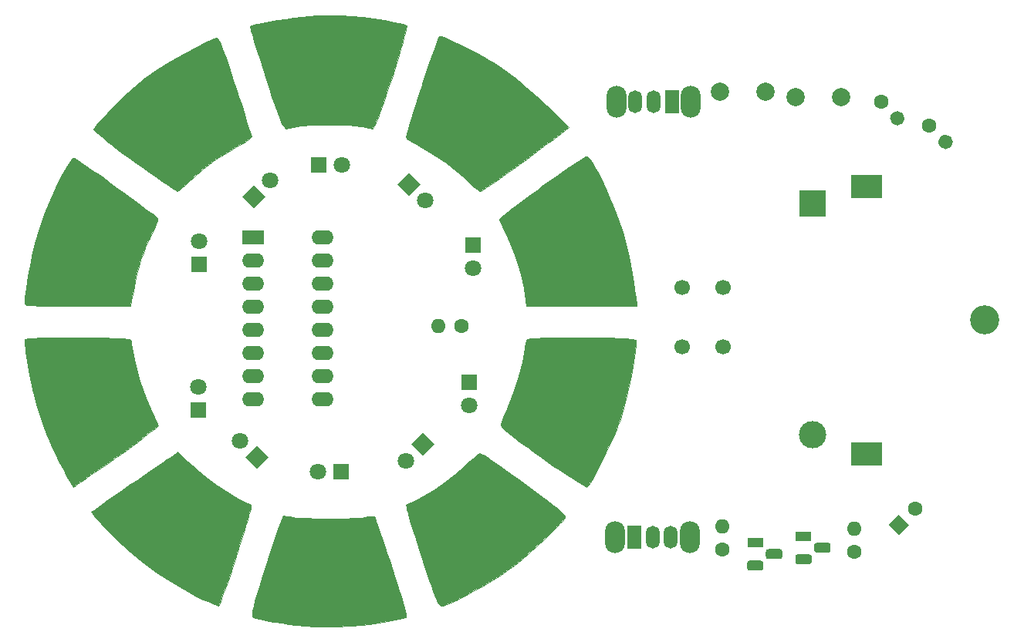
<source format=gbr>
%TF.GenerationSoftware,KiCad,Pcbnew,(5.1.9-0-10_14)*%
%TF.CreationDate,2021-08-25T11:14:01+08:00*%
%TF.ProjectId,osc_bjt_4017,6f73635f-626a-4745-9f34-3031372e6b69,rev?*%
%TF.SameCoordinates,Original*%
%TF.FileFunction,Soldermask,Bot*%
%TF.FilePolarity,Negative*%
%FSLAX46Y46*%
G04 Gerber Fmt 4.6, Leading zero omitted, Abs format (unit mm)*
G04 Created by KiCad (PCBNEW (5.1.9-0-10_14)) date 2021-08-25 11:14:01*
%MOMM*%
%LPD*%
G01*
G04 APERTURE LIST*
%ADD10C,0.010000*%
%ADD11O,2.200000X3.500000*%
%ADD12O,1.500000X2.500000*%
%ADD13R,1.500000X2.500000*%
%ADD14C,3.200000*%
%ADD15O,1.600000X1.600000*%
%ADD16C,1.600000*%
%ADD17C,0.100000*%
%ADD18C,1.700000*%
%ADD19C,1.800000*%
%ADD20R,1.800000X1.800000*%
%ADD21R,1.800000X1.100000*%
%ADD22C,3.000000*%
%ADD23R,3.000000X3.000000*%
%ADD24R,3.510000X2.540000*%
%ADD25O,2.400000X1.600000*%
%ADD26R,2.400000X1.600000*%
%ADD27C,2.000000*%
G04 APERTURE END LIST*
D10*
%TO.C,G\u002A\u002A\u002A*%
G36*
X85149503Y-114004511D02*
G01*
X85254265Y-113818454D01*
X85400931Y-113487829D01*
X85583650Y-113030524D01*
X85796570Y-112464430D01*
X86033838Y-111807438D01*
X86289603Y-111077438D01*
X86558013Y-110292320D01*
X86833217Y-109469974D01*
X87109362Y-108628291D01*
X87380597Y-107785160D01*
X87641071Y-106958473D01*
X87884930Y-106166119D01*
X88106323Y-105425989D01*
X88299399Y-104755973D01*
X88458306Y-104173962D01*
X88577191Y-103697845D01*
X88650204Y-103345513D01*
X88662620Y-103264131D01*
X88717561Y-102849973D01*
X88347848Y-102750420D01*
X87401977Y-102526068D01*
X86326316Y-102323111D01*
X85159502Y-102145433D01*
X83940171Y-101996918D01*
X82706958Y-101881449D01*
X81498502Y-101802912D01*
X80353436Y-101765190D01*
X79310398Y-101772166D01*
X78833667Y-101793972D01*
X78104751Y-101851770D01*
X77271378Y-101939409D01*
X76373048Y-102051052D01*
X75449257Y-102180865D01*
X74539503Y-102323013D01*
X73683284Y-102471662D01*
X72920098Y-102620977D01*
X72332149Y-102754400D01*
X72017298Y-102831898D01*
X71772445Y-102890539D01*
X71638253Y-102920642D01*
X71625369Y-102922666D01*
X71602056Y-102947635D01*
X71603143Y-103032618D01*
X71632542Y-103192730D01*
X71694165Y-103443085D01*
X71791925Y-103798800D01*
X71929736Y-104274987D01*
X72111509Y-104886764D01*
X72271531Y-105418778D01*
X72633228Y-106602988D01*
X72989182Y-107740851D01*
X73335333Y-108820764D01*
X73667621Y-109831121D01*
X73981989Y-110760318D01*
X74274375Y-111596750D01*
X74540722Y-112328813D01*
X74776969Y-112944902D01*
X74979057Y-113433411D01*
X75142927Y-113782737D01*
X75264521Y-113981275D01*
X75268194Y-113985622D01*
X75454244Y-114201917D01*
X76762955Y-114002125D01*
X77199170Y-113938763D01*
X77595554Y-113890107D01*
X77985502Y-113854299D01*
X78402405Y-113829485D01*
X78879654Y-113813809D01*
X79450643Y-113805414D01*
X80148762Y-113802445D01*
X80357667Y-113802333D01*
X81077600Y-113803835D01*
X81659337Y-113809553D01*
X82133998Y-113821304D01*
X82532701Y-113840905D01*
X82886568Y-113870174D01*
X83226719Y-113910928D01*
X83584272Y-113964984D01*
X83819828Y-114004511D01*
X84995988Y-114206688D01*
X85149503Y-114004511D01*
G37*
X85149503Y-114004511D02*
X85254265Y-113818454D01*
X85400931Y-113487829D01*
X85583650Y-113030524D01*
X85796570Y-112464430D01*
X86033838Y-111807438D01*
X86289603Y-111077438D01*
X86558013Y-110292320D01*
X86833217Y-109469974D01*
X87109362Y-108628291D01*
X87380597Y-107785160D01*
X87641071Y-106958473D01*
X87884930Y-106166119D01*
X88106323Y-105425989D01*
X88299399Y-104755973D01*
X88458306Y-104173962D01*
X88577191Y-103697845D01*
X88650204Y-103345513D01*
X88662620Y-103264131D01*
X88717561Y-102849973D01*
X88347848Y-102750420D01*
X87401977Y-102526068D01*
X86326316Y-102323111D01*
X85159502Y-102145433D01*
X83940171Y-101996918D01*
X82706958Y-101881449D01*
X81498502Y-101802912D01*
X80353436Y-101765190D01*
X79310398Y-101772166D01*
X78833667Y-101793972D01*
X78104751Y-101851770D01*
X77271378Y-101939409D01*
X76373048Y-102051052D01*
X75449257Y-102180865D01*
X74539503Y-102323013D01*
X73683284Y-102471662D01*
X72920098Y-102620977D01*
X72332149Y-102754400D01*
X72017298Y-102831898D01*
X71772445Y-102890539D01*
X71638253Y-102920642D01*
X71625369Y-102922666D01*
X71602056Y-102947635D01*
X71603143Y-103032618D01*
X71632542Y-103192730D01*
X71694165Y-103443085D01*
X71791925Y-103798800D01*
X71929736Y-104274987D01*
X72111509Y-104886764D01*
X72271531Y-105418778D01*
X72633228Y-106602988D01*
X72989182Y-107740851D01*
X73335333Y-108820764D01*
X73667621Y-109831121D01*
X73981989Y-110760318D01*
X74274375Y-111596750D01*
X74540722Y-112328813D01*
X74776969Y-112944902D01*
X74979057Y-113433411D01*
X75142927Y-113782737D01*
X75264521Y-113981275D01*
X75268194Y-113985622D01*
X75454244Y-114201917D01*
X76762955Y-114002125D01*
X77199170Y-113938763D01*
X77595554Y-113890107D01*
X77985502Y-113854299D01*
X78402405Y-113829485D01*
X78879654Y-113813809D01*
X79450643Y-113805414D01*
X80148762Y-113802445D01*
X80357667Y-113802333D01*
X81077600Y-113803835D01*
X81659337Y-113809553D01*
X82133998Y-113821304D01*
X82532701Y-113840905D01*
X82886568Y-113870174D01*
X83226719Y-113910928D01*
X83584272Y-113964984D01*
X83819828Y-114004511D01*
X84995988Y-114206688D01*
X85149503Y-114004511D01*
G36*
X96881010Y-121076534D02*
G01*
X97118439Y-120934121D01*
X97465974Y-120707742D01*
X97911058Y-120406375D01*
X98441134Y-120038999D01*
X99043644Y-119614593D01*
X99706031Y-119142138D01*
X100415736Y-118630610D01*
X101160203Y-118088991D01*
X101926873Y-117526259D01*
X102703189Y-116951392D01*
X103476593Y-116373371D01*
X104234529Y-115801175D01*
X104566117Y-115548811D01*
X106507233Y-114067489D01*
X104894527Y-112487040D01*
X103756184Y-111390831D01*
X102698910Y-110414874D01*
X101703214Y-109543177D01*
X100749605Y-108759750D01*
X99818594Y-108048602D01*
X98890690Y-107393743D01*
X97946401Y-106779184D01*
X97908511Y-106755523D01*
X97365942Y-106428961D01*
X96766975Y-106088671D01*
X96133060Y-105745027D01*
X95485649Y-105408404D01*
X94846193Y-105089178D01*
X94236146Y-104797724D01*
X93676957Y-104544417D01*
X93190080Y-104339632D01*
X92796965Y-104193744D01*
X92519065Y-104117128D01*
X92434457Y-104108000D01*
X92270147Y-104176211D01*
X92212258Y-104256166D01*
X92104168Y-104541261D01*
X91952035Y-104963175D01*
X91764060Y-105497656D01*
X91548444Y-106120452D01*
X91313388Y-106807310D01*
X91067092Y-107533977D01*
X90817759Y-108276200D01*
X90573588Y-109009727D01*
X90342780Y-109710306D01*
X90133537Y-110353682D01*
X89954058Y-110915605D01*
X89875284Y-111167344D01*
X89601370Y-112051177D01*
X89373482Y-112787484D01*
X89187398Y-113390445D01*
X89038901Y-113874240D01*
X88923771Y-114253051D01*
X88837790Y-114541058D01*
X88776739Y-114752442D01*
X88736398Y-114901384D01*
X88712549Y-115002064D01*
X88700973Y-115068664D01*
X88697451Y-115115364D01*
X88697334Y-115126702D01*
X88717691Y-115214934D01*
X88790827Y-115311990D01*
X88934840Y-115430261D01*
X89167828Y-115582141D01*
X89507889Y-115780024D01*
X89973120Y-116036302D01*
X90221334Y-116170324D01*
X91238960Y-116744963D01*
X92184917Y-117340314D01*
X93094298Y-117982123D01*
X94002199Y-118696139D01*
X94943714Y-119508108D01*
X95633227Y-120140737D01*
X95984185Y-120465289D01*
X96295188Y-120744828D01*
X96544333Y-120960309D01*
X96709718Y-121092685D01*
X96766246Y-121126000D01*
X96881010Y-121076534D01*
G37*
X96881010Y-121076534D02*
X97118439Y-120934121D01*
X97465974Y-120707742D01*
X97911058Y-120406375D01*
X98441134Y-120038999D01*
X99043644Y-119614593D01*
X99706031Y-119142138D01*
X100415736Y-118630610D01*
X101160203Y-118088991D01*
X101926873Y-117526259D01*
X102703189Y-116951392D01*
X103476593Y-116373371D01*
X104234529Y-115801175D01*
X104566117Y-115548811D01*
X106507233Y-114067489D01*
X104894527Y-112487040D01*
X103756184Y-111390831D01*
X102698910Y-110414874D01*
X101703214Y-109543177D01*
X100749605Y-108759750D01*
X99818594Y-108048602D01*
X98890690Y-107393743D01*
X97946401Y-106779184D01*
X97908511Y-106755523D01*
X97365942Y-106428961D01*
X96766975Y-106088671D01*
X96133060Y-105745027D01*
X95485649Y-105408404D01*
X94846193Y-105089178D01*
X94236146Y-104797724D01*
X93676957Y-104544417D01*
X93190080Y-104339632D01*
X92796965Y-104193744D01*
X92519065Y-104117128D01*
X92434457Y-104108000D01*
X92270147Y-104176211D01*
X92212258Y-104256166D01*
X92104168Y-104541261D01*
X91952035Y-104963175D01*
X91764060Y-105497656D01*
X91548444Y-106120452D01*
X91313388Y-106807310D01*
X91067092Y-107533977D01*
X90817759Y-108276200D01*
X90573588Y-109009727D01*
X90342780Y-109710306D01*
X90133537Y-110353682D01*
X89954058Y-110915605D01*
X89875284Y-111167344D01*
X89601370Y-112051177D01*
X89373482Y-112787484D01*
X89187398Y-113390445D01*
X89038901Y-113874240D01*
X88923771Y-114253051D01*
X88837790Y-114541058D01*
X88776739Y-114752442D01*
X88736398Y-114901384D01*
X88712549Y-115002064D01*
X88700973Y-115068664D01*
X88697451Y-115115364D01*
X88697334Y-115126702D01*
X88717691Y-115214934D01*
X88790827Y-115311990D01*
X88934840Y-115430261D01*
X89167828Y-115582141D01*
X89507889Y-115780024D01*
X89973120Y-116036302D01*
X90221334Y-116170324D01*
X91238960Y-116744963D01*
X92184917Y-117340314D01*
X93094298Y-117982123D01*
X94002199Y-118696139D01*
X94943714Y-119508108D01*
X95633227Y-120140737D01*
X95984185Y-120465289D01*
X96295188Y-120744828D01*
X96544333Y-120960309D01*
X96709718Y-121092685D01*
X96766246Y-121126000D01*
X96881010Y-121076534D01*
G36*
X63676416Y-121049170D02*
G01*
X63869599Y-120906899D01*
X64140671Y-120682325D01*
X64467909Y-120393357D01*
X64785278Y-120099842D01*
X65614549Y-119335272D01*
X66374682Y-118677076D01*
X67101601Y-118098834D01*
X67831233Y-117574121D01*
X68599502Y-117076516D01*
X69442334Y-116579595D01*
X69970427Y-116286230D01*
X70406750Y-116041788D01*
X70807849Y-115805364D01*
X71142108Y-115596475D01*
X71377907Y-115434637D01*
X71461363Y-115365927D01*
X71709059Y-115124018D01*
X71260654Y-113616509D01*
X71083971Y-113036731D01*
X70863803Y-112336870D01*
X70609685Y-111545494D01*
X70331150Y-110691171D01*
X70037731Y-109802470D01*
X69738965Y-108907957D01*
X69444384Y-108036201D01*
X69163522Y-107215771D01*
X68905915Y-106475234D01*
X68681095Y-105843157D01*
X68521122Y-105407777D01*
X68331345Y-104924178D01*
X68168906Y-104553205D01*
X68041420Y-104310890D01*
X67956502Y-104213260D01*
X67953223Y-104212407D01*
X67845338Y-104242233D01*
X67608139Y-104338825D01*
X67263313Y-104492317D01*
X66832547Y-104692843D01*
X66337527Y-104930534D01*
X65878890Y-105156188D01*
X64251599Y-106002229D01*
X62764397Y-106856288D01*
X61388511Y-107739002D01*
X60095167Y-108671007D01*
X58855593Y-109672938D01*
X57641014Y-110765433D01*
X56522997Y-111866152D01*
X55898682Y-112510055D01*
X55391871Y-113044712D01*
X54996682Y-113476851D01*
X54707236Y-113813201D01*
X54517650Y-114060490D01*
X54422043Y-114225446D01*
X54407334Y-114286508D01*
X54474411Y-114388323D01*
X54666867Y-114577539D01*
X54971541Y-114844187D01*
X55375270Y-115178302D01*
X55864893Y-115569918D01*
X56427248Y-116009068D01*
X57049173Y-116485786D01*
X57717505Y-116990105D01*
X58419083Y-117512061D01*
X59140745Y-118041685D01*
X59869329Y-118569012D01*
X60591673Y-119084076D01*
X61294614Y-119576911D01*
X61964993Y-120037549D01*
X62307166Y-120268289D01*
X62704270Y-120532277D01*
X63056837Y-120763299D01*
X63338912Y-120944610D01*
X63524537Y-121059467D01*
X63582843Y-121091229D01*
X63676416Y-121049170D01*
G37*
X63676416Y-121049170D02*
X63869599Y-120906899D01*
X64140671Y-120682325D01*
X64467909Y-120393357D01*
X64785278Y-120099842D01*
X65614549Y-119335272D01*
X66374682Y-118677076D01*
X67101601Y-118098834D01*
X67831233Y-117574121D01*
X68599502Y-117076516D01*
X69442334Y-116579595D01*
X69970427Y-116286230D01*
X70406750Y-116041788D01*
X70807849Y-115805364D01*
X71142108Y-115596475D01*
X71377907Y-115434637D01*
X71461363Y-115365927D01*
X71709059Y-115124018D01*
X71260654Y-113616509D01*
X71083971Y-113036731D01*
X70863803Y-112336870D01*
X70609685Y-111545494D01*
X70331150Y-110691171D01*
X70037731Y-109802470D01*
X69738965Y-108907957D01*
X69444384Y-108036201D01*
X69163522Y-107215771D01*
X68905915Y-106475234D01*
X68681095Y-105843157D01*
X68521122Y-105407777D01*
X68331345Y-104924178D01*
X68168906Y-104553205D01*
X68041420Y-104310890D01*
X67956502Y-104213260D01*
X67953223Y-104212407D01*
X67845338Y-104242233D01*
X67608139Y-104338825D01*
X67263313Y-104492317D01*
X66832547Y-104692843D01*
X66337527Y-104930534D01*
X65878890Y-105156188D01*
X64251599Y-106002229D01*
X62764397Y-106856288D01*
X61388511Y-107739002D01*
X60095167Y-108671007D01*
X58855593Y-109672938D01*
X57641014Y-110765433D01*
X56522997Y-111866152D01*
X55898682Y-112510055D01*
X55391871Y-113044712D01*
X54996682Y-113476851D01*
X54707236Y-113813201D01*
X54517650Y-114060490D01*
X54422043Y-114225446D01*
X54407334Y-114286508D01*
X54474411Y-114388323D01*
X54666867Y-114577539D01*
X54971541Y-114844187D01*
X55375270Y-115178302D01*
X55864893Y-115569918D01*
X56427248Y-116009068D01*
X57049173Y-116485786D01*
X57717505Y-116990105D01*
X58419083Y-117512061D01*
X59140745Y-118041685D01*
X59869329Y-118569012D01*
X60591673Y-119084076D01*
X61294614Y-119576911D01*
X61964993Y-120037549D01*
X62307166Y-120268289D01*
X62704270Y-120532277D01*
X63056837Y-120763299D01*
X63338912Y-120944610D01*
X63524537Y-121059467D01*
X63582843Y-121091229D01*
X63676416Y-121049170D01*
G36*
X113971715Y-133508500D02*
G01*
X113946765Y-133325009D01*
X113909840Y-133022952D01*
X113866923Y-132652141D01*
X113842061Y-132429000D01*
X113664697Y-131070697D01*
X113429415Y-129672609D01*
X113144591Y-128270301D01*
X112818604Y-126899337D01*
X112459829Y-125595282D01*
X112076643Y-124393700D01*
X111728456Y-123455675D01*
X111391763Y-122640311D01*
X111039486Y-121828840D01*
X110679651Y-121036703D01*
X110320287Y-120279343D01*
X109969421Y-119572200D01*
X109635081Y-118930717D01*
X109325294Y-118370335D01*
X109048088Y-117906496D01*
X108811491Y-117554641D01*
X108623530Y-117330213D01*
X108502280Y-117249881D01*
X108399011Y-117289560D01*
X108177408Y-117414489D01*
X107857359Y-117612097D01*
X107458750Y-117869811D01*
X107001469Y-118175061D01*
X106554947Y-118480897D01*
X105922803Y-118922228D01*
X105238120Y-119406068D01*
X104517106Y-119920511D01*
X103775967Y-120453652D01*
X103030910Y-120993585D01*
X102298140Y-121528405D01*
X101593865Y-122046208D01*
X100934291Y-122535086D01*
X100335625Y-122983136D01*
X99814072Y-123378451D01*
X99385840Y-123709127D01*
X99067135Y-123963257D01*
X98905602Y-124100146D01*
X98914681Y-124198024D01*
X98994446Y-124428475D01*
X99137595Y-124773769D01*
X99336823Y-125216176D01*
X99554369Y-125675131D01*
X100099846Y-126883771D01*
X100588239Y-128127510D01*
X101008677Y-129371978D01*
X101350291Y-130582804D01*
X101602212Y-131725617D01*
X101730453Y-132556000D01*
X101777032Y-132928654D01*
X101821126Y-133255057D01*
X101855992Y-133486364D01*
X101867801Y-133550833D01*
X101908560Y-133741333D01*
X114008434Y-133741333D01*
X113971715Y-133508500D01*
G37*
X113971715Y-133508500D02*
X113946765Y-133325009D01*
X113909840Y-133022952D01*
X113866923Y-132652141D01*
X113842061Y-132429000D01*
X113664697Y-131070697D01*
X113429415Y-129672609D01*
X113144591Y-128270301D01*
X112818604Y-126899337D01*
X112459829Y-125595282D01*
X112076643Y-124393700D01*
X111728456Y-123455675D01*
X111391763Y-122640311D01*
X111039486Y-121828840D01*
X110679651Y-121036703D01*
X110320287Y-120279343D01*
X109969421Y-119572200D01*
X109635081Y-118930717D01*
X109325294Y-118370335D01*
X109048088Y-117906496D01*
X108811491Y-117554641D01*
X108623530Y-117330213D01*
X108502280Y-117249881D01*
X108399011Y-117289560D01*
X108177408Y-117414489D01*
X107857359Y-117612097D01*
X107458750Y-117869811D01*
X107001469Y-118175061D01*
X106554947Y-118480897D01*
X105922803Y-118922228D01*
X105238120Y-119406068D01*
X104517106Y-119920511D01*
X103775967Y-120453652D01*
X103030910Y-120993585D01*
X102298140Y-121528405D01*
X101593865Y-122046208D01*
X100934291Y-122535086D01*
X100335625Y-122983136D01*
X99814072Y-123378451D01*
X99385840Y-123709127D01*
X99067135Y-123963257D01*
X98905602Y-124100146D01*
X98914681Y-124198024D01*
X98994446Y-124428475D01*
X99137595Y-124773769D01*
X99336823Y-125216176D01*
X99554369Y-125675131D01*
X100099846Y-126883771D01*
X100588239Y-128127510D01*
X101008677Y-129371978D01*
X101350291Y-130582804D01*
X101602212Y-131725617D01*
X101730453Y-132556000D01*
X101777032Y-132928654D01*
X101821126Y-133255057D01*
X101855992Y-133486364D01*
X101867801Y-133550833D01*
X101908560Y-133741333D01*
X114008434Y-133741333D01*
X113971715Y-133508500D01*
G36*
X58555615Y-133132417D02*
G01*
X58746603Y-132013937D01*
X58934173Y-131032220D01*
X59128057Y-130155208D01*
X59337988Y-129350841D01*
X59573697Y-128587062D01*
X59844919Y-127831812D01*
X60161384Y-127053032D01*
X60532826Y-126218663D01*
X60875465Y-125490933D01*
X61114538Y-124985293D01*
X61282817Y-124610378D01*
X61387578Y-124346649D01*
X61436094Y-124174567D01*
X61435642Y-124074593D01*
X61415171Y-124041349D01*
X61245169Y-123898141D01*
X60953440Y-123668806D01*
X60556313Y-123365267D01*
X60070122Y-122999443D01*
X59511197Y-122583258D01*
X58895871Y-122128630D01*
X58240474Y-121647483D01*
X57561338Y-121151737D01*
X56874796Y-120653312D01*
X56197178Y-120164132D01*
X55544816Y-119696115D01*
X54934043Y-119261185D01*
X54381188Y-118871261D01*
X53902584Y-118538265D01*
X53514563Y-118274118D01*
X53510939Y-118271693D01*
X53042957Y-117958381D01*
X52695279Y-117729337D01*
X52446293Y-117576450D01*
X52274386Y-117491612D01*
X52157946Y-117466712D01*
X52075361Y-117493641D01*
X52005017Y-117564290D01*
X51925304Y-117670548D01*
X51921667Y-117675355D01*
X51558075Y-118206372D01*
X51161755Y-118876573D01*
X50743328Y-119661451D01*
X50313412Y-120536498D01*
X49882627Y-121477207D01*
X49461591Y-122459072D01*
X49060924Y-123457584D01*
X48691246Y-124448236D01*
X48363174Y-125406521D01*
X48087328Y-126307931D01*
X47934961Y-126876067D01*
X47789466Y-127490841D01*
X47640210Y-128180760D01*
X47491880Y-128918495D01*
X47349159Y-129676718D01*
X47216734Y-130428100D01*
X47099289Y-131145313D01*
X47001508Y-131801027D01*
X46928078Y-132367914D01*
X46883682Y-132818645D01*
X46872219Y-133075292D01*
X46880457Y-133353885D01*
X46916396Y-133510303D01*
X46996382Y-133591321D01*
X47062500Y-133619783D01*
X47178125Y-133631835D01*
X47448507Y-133644152D01*
X47859070Y-133656485D01*
X48395238Y-133668581D01*
X49042436Y-133680192D01*
X49786087Y-133691066D01*
X50611615Y-133700954D01*
X51504446Y-133709605D01*
X52450002Y-133716769D01*
X52853688Y-133719242D01*
X58454375Y-133751168D01*
X58555615Y-133132417D01*
G37*
X58555615Y-133132417D02*
X58746603Y-132013937D01*
X58934173Y-131032220D01*
X59128057Y-130155208D01*
X59337988Y-129350841D01*
X59573697Y-128587062D01*
X59844919Y-127831812D01*
X60161384Y-127053032D01*
X60532826Y-126218663D01*
X60875465Y-125490933D01*
X61114538Y-124985293D01*
X61282817Y-124610378D01*
X61387578Y-124346649D01*
X61436094Y-124174567D01*
X61435642Y-124074593D01*
X61415171Y-124041349D01*
X61245169Y-123898141D01*
X60953440Y-123668806D01*
X60556313Y-123365267D01*
X60070122Y-122999443D01*
X59511197Y-122583258D01*
X58895871Y-122128630D01*
X58240474Y-121647483D01*
X57561338Y-121151737D01*
X56874796Y-120653312D01*
X56197178Y-120164132D01*
X55544816Y-119696115D01*
X54934043Y-119261185D01*
X54381188Y-118871261D01*
X53902584Y-118538265D01*
X53514563Y-118274118D01*
X53510939Y-118271693D01*
X53042957Y-117958381D01*
X52695279Y-117729337D01*
X52446293Y-117576450D01*
X52274386Y-117491612D01*
X52157946Y-117466712D01*
X52075361Y-117493641D01*
X52005017Y-117564290D01*
X51925304Y-117670548D01*
X51921667Y-117675355D01*
X51558075Y-118206372D01*
X51161755Y-118876573D01*
X50743328Y-119661451D01*
X50313412Y-120536498D01*
X49882627Y-121477207D01*
X49461591Y-122459072D01*
X49060924Y-123457584D01*
X48691246Y-124448236D01*
X48363174Y-125406521D01*
X48087328Y-126307931D01*
X47934961Y-126876067D01*
X47789466Y-127490841D01*
X47640210Y-128180760D01*
X47491880Y-128918495D01*
X47349159Y-129676718D01*
X47216734Y-130428100D01*
X47099289Y-131145313D01*
X47001508Y-131801027D01*
X46928078Y-132367914D01*
X46883682Y-132818645D01*
X46872219Y-133075292D01*
X46880457Y-133353885D01*
X46916396Y-133510303D01*
X46996382Y-133591321D01*
X47062500Y-133619783D01*
X47178125Y-133631835D01*
X47448507Y-133644152D01*
X47859070Y-133656485D01*
X48395238Y-133668581D01*
X49042436Y-133680192D01*
X49786087Y-133691066D01*
X50611615Y-133700954D01*
X51504446Y-133709605D01*
X52450002Y-133716769D01*
X52853688Y-133719242D01*
X58454375Y-133751168D01*
X58555615Y-133132417D01*
G36*
X52968326Y-153029598D02*
G01*
X53260062Y-152819888D01*
X53664489Y-152537112D01*
X54152692Y-152201066D01*
X54695763Y-151831545D01*
X55264787Y-151448342D01*
X55762000Y-151116879D01*
X56241713Y-150791916D01*
X56794458Y-150406019D01*
X57398493Y-149975368D01*
X58032081Y-149516143D01*
X58673482Y-149044524D01*
X59300956Y-148576691D01*
X59892764Y-148128824D01*
X60427167Y-147717103D01*
X60882425Y-147357708D01*
X61236800Y-147066818D01*
X61423268Y-146903369D01*
X61455629Y-146841019D01*
X61446697Y-146732301D01*
X61388243Y-146555638D01*
X61272037Y-146289454D01*
X61089848Y-145912173D01*
X60903040Y-145539541D01*
X60100845Y-143768301D01*
X59443761Y-141917603D01*
X58936939Y-140003302D01*
X58689070Y-138723682D01*
X58613601Y-138279382D01*
X58545689Y-137897823D01*
X58490837Y-137608546D01*
X58454548Y-137441092D01*
X58444668Y-137411779D01*
X58324040Y-137373800D01*
X58051689Y-137337886D01*
X57645215Y-137304368D01*
X57122221Y-137273580D01*
X56500308Y-137245855D01*
X55797076Y-137221526D01*
X55030127Y-137200925D01*
X54217062Y-137184386D01*
X53375483Y-137172242D01*
X52522990Y-137164825D01*
X51677185Y-137162468D01*
X50855670Y-137165505D01*
X50076044Y-137174269D01*
X49355910Y-137189092D01*
X48712869Y-137210307D01*
X48442504Y-137222570D01*
X47940932Y-137248654D01*
X47501437Y-137273246D01*
X47150426Y-137294724D01*
X46914308Y-137311467D01*
X46819492Y-137321855D01*
X46818906Y-137322205D01*
X46821873Y-137408260D01*
X46842358Y-137633844D01*
X46877431Y-137970390D01*
X46924161Y-138389332D01*
X46959737Y-138695153D01*
X47266714Y-140815771D01*
X47679962Y-142843849D01*
X48211590Y-144827583D01*
X48873703Y-146815170D01*
X49245888Y-147796081D01*
X49458218Y-148305520D01*
X49735221Y-148925754D01*
X50058821Y-149619839D01*
X50410942Y-150350833D01*
X50773507Y-151081792D01*
X51128441Y-151775774D01*
X51457668Y-152395835D01*
X51743111Y-152905033D01*
X51758848Y-152931930D01*
X52164318Y-153622860D01*
X52968326Y-153029598D01*
G37*
X52968326Y-153029598D02*
X53260062Y-152819888D01*
X53664489Y-152537112D01*
X54152692Y-152201066D01*
X54695763Y-151831545D01*
X55264787Y-151448342D01*
X55762000Y-151116879D01*
X56241713Y-150791916D01*
X56794458Y-150406019D01*
X57398493Y-149975368D01*
X58032081Y-149516143D01*
X58673482Y-149044524D01*
X59300956Y-148576691D01*
X59892764Y-148128824D01*
X60427167Y-147717103D01*
X60882425Y-147357708D01*
X61236800Y-147066818D01*
X61423268Y-146903369D01*
X61455629Y-146841019D01*
X61446697Y-146732301D01*
X61388243Y-146555638D01*
X61272037Y-146289454D01*
X61089848Y-145912173D01*
X60903040Y-145539541D01*
X60100845Y-143768301D01*
X59443761Y-141917603D01*
X58936939Y-140003302D01*
X58689070Y-138723682D01*
X58613601Y-138279382D01*
X58545689Y-137897823D01*
X58490837Y-137608546D01*
X58454548Y-137441092D01*
X58444668Y-137411779D01*
X58324040Y-137373800D01*
X58051689Y-137337886D01*
X57645215Y-137304368D01*
X57122221Y-137273580D01*
X56500308Y-137245855D01*
X55797076Y-137221526D01*
X55030127Y-137200925D01*
X54217062Y-137184386D01*
X53375483Y-137172242D01*
X52522990Y-137164825D01*
X51677185Y-137162468D01*
X50855670Y-137165505D01*
X50076044Y-137174269D01*
X49355910Y-137189092D01*
X48712869Y-137210307D01*
X48442504Y-137222570D01*
X47940932Y-137248654D01*
X47501437Y-137273246D01*
X47150426Y-137294724D01*
X46914308Y-137311467D01*
X46819492Y-137321855D01*
X46818906Y-137322205D01*
X46821873Y-137408260D01*
X46842358Y-137633844D01*
X46877431Y-137970390D01*
X46924161Y-138389332D01*
X46959737Y-138695153D01*
X47266714Y-140815771D01*
X47679962Y-142843849D01*
X48211590Y-144827583D01*
X48873703Y-146815170D01*
X49245888Y-147796081D01*
X49458218Y-148305520D01*
X49735221Y-148925754D01*
X50058821Y-149619839D01*
X50410942Y-150350833D01*
X50773507Y-151081792D01*
X51128441Y-151775774D01*
X51457668Y-152395835D01*
X51743111Y-152905033D01*
X51758848Y-152931930D01*
X52164318Y-153622860D01*
X52968326Y-153029598D01*
G36*
X108705213Y-153382295D02*
G01*
X108858886Y-153167709D01*
X109069569Y-152818468D01*
X109327034Y-152355331D01*
X109621055Y-151799054D01*
X109941403Y-151170396D01*
X110277851Y-150490115D01*
X110620172Y-149778967D01*
X110958139Y-149057712D01*
X111281523Y-148347105D01*
X111580098Y-147667906D01*
X111843635Y-147040871D01*
X111907867Y-146882183D01*
X112178907Y-146136910D01*
X112453579Y-145253022D01*
X112725129Y-144260919D01*
X112986807Y-143191000D01*
X113231857Y-142073664D01*
X113453528Y-140939312D01*
X113645067Y-139818343D01*
X113799720Y-138741156D01*
X113889201Y-137962842D01*
X113945726Y-137400683D01*
X113450030Y-137346443D01*
X112836600Y-137291961D01*
X112080646Y-137245449D01*
X111208801Y-137207240D01*
X110247701Y-137177672D01*
X109223983Y-137157078D01*
X108164282Y-137145794D01*
X107095233Y-137144156D01*
X106043473Y-137152499D01*
X105035635Y-137171158D01*
X104098357Y-137200469D01*
X103598667Y-137222427D01*
X103118574Y-137247105D01*
X102689103Y-137270936D01*
X102342636Y-137291986D01*
X102111554Y-137308322D01*
X102037955Y-137315587D01*
X101965899Y-137345525D01*
X101908063Y-137429398D01*
X101856441Y-137594398D01*
X101803028Y-137867720D01*
X101739817Y-138276558D01*
X101725113Y-138378246D01*
X101448073Y-139918155D01*
X101056572Y-141454039D01*
X100541093Y-143018780D01*
X99950974Y-144507862D01*
X99662498Y-145194132D01*
X99440886Y-145742515D01*
X99280632Y-146168213D01*
X99176229Y-146486428D01*
X99122172Y-146712362D01*
X99111334Y-146825982D01*
X99131283Y-146912175D01*
X99200313Y-147020612D01*
X99332195Y-147163583D01*
X99540702Y-147353378D01*
X99839604Y-147602287D01*
X100242675Y-147922598D01*
X100763687Y-148326602D01*
X100974000Y-148488169D01*
X101496236Y-148881806D01*
X102095744Y-149322014D01*
X102753224Y-149795558D01*
X103449373Y-150289202D01*
X104164891Y-150789713D01*
X104880477Y-151283854D01*
X105576828Y-151758392D01*
X106234644Y-152200092D01*
X106834623Y-152595717D01*
X107357464Y-152932035D01*
X107783866Y-153195809D01*
X108094528Y-153373805D01*
X108113912Y-153384000D01*
X108520093Y-153595666D01*
X108705213Y-153382295D01*
G37*
X108705213Y-153382295D02*
X108858886Y-153167709D01*
X109069569Y-152818468D01*
X109327034Y-152355331D01*
X109621055Y-151799054D01*
X109941403Y-151170396D01*
X110277851Y-150490115D01*
X110620172Y-149778967D01*
X110958139Y-149057712D01*
X111281523Y-148347105D01*
X111580098Y-147667906D01*
X111843635Y-147040871D01*
X111907867Y-146882183D01*
X112178907Y-146136910D01*
X112453579Y-145253022D01*
X112725129Y-144260919D01*
X112986807Y-143191000D01*
X113231857Y-142073664D01*
X113453528Y-140939312D01*
X113645067Y-139818343D01*
X113799720Y-138741156D01*
X113889201Y-137962842D01*
X113945726Y-137400683D01*
X113450030Y-137346443D01*
X112836600Y-137291961D01*
X112080646Y-137245449D01*
X111208801Y-137207240D01*
X110247701Y-137177672D01*
X109223983Y-137157078D01*
X108164282Y-137145794D01*
X107095233Y-137144156D01*
X106043473Y-137152499D01*
X105035635Y-137171158D01*
X104098357Y-137200469D01*
X103598667Y-137222427D01*
X103118574Y-137247105D01*
X102689103Y-137270936D01*
X102342636Y-137291986D01*
X102111554Y-137308322D01*
X102037955Y-137315587D01*
X101965899Y-137345525D01*
X101908063Y-137429398D01*
X101856441Y-137594398D01*
X101803028Y-137867720D01*
X101739817Y-138276558D01*
X101725113Y-138378246D01*
X101448073Y-139918155D01*
X101056572Y-141454039D01*
X100541093Y-143018780D01*
X99950974Y-144507862D01*
X99662498Y-145194132D01*
X99440886Y-145742515D01*
X99280632Y-146168213D01*
X99176229Y-146486428D01*
X99122172Y-146712362D01*
X99111334Y-146825982D01*
X99131283Y-146912175D01*
X99200313Y-147020612D01*
X99332195Y-147163583D01*
X99540702Y-147353378D01*
X99839604Y-147602287D01*
X100242675Y-147922598D01*
X100763687Y-148326602D01*
X100974000Y-148488169D01*
X101496236Y-148881806D01*
X102095744Y-149322014D01*
X102753224Y-149795558D01*
X103449373Y-150289202D01*
X104164891Y-150789713D01*
X104880477Y-151283854D01*
X105576828Y-151758392D01*
X106234644Y-152200092D01*
X106834623Y-152595717D01*
X107357464Y-152932035D01*
X107783866Y-153195809D01*
X108094528Y-153373805D01*
X108113912Y-153384000D01*
X108520093Y-153595666D01*
X108705213Y-153382295D01*
G36*
X68132371Y-166616829D02*
G01*
X68199866Y-166495081D01*
X68311505Y-166228233D01*
X68461805Y-165833082D01*
X68645289Y-165326428D01*
X68856475Y-164725068D01*
X69089884Y-164045803D01*
X69340037Y-163305430D01*
X69601453Y-162520747D01*
X69868653Y-161708554D01*
X70136157Y-160885650D01*
X70398485Y-160068832D01*
X70650157Y-159274899D01*
X70885694Y-158520651D01*
X71099615Y-157822885D01*
X71286441Y-157198400D01*
X71440692Y-156663995D01*
X71556888Y-156236468D01*
X71629549Y-155932619D01*
X71645630Y-155846778D01*
X71671047Y-155638462D01*
X71636618Y-155519357D01*
X71506463Y-155434396D01*
X71329774Y-155362054D01*
X70553156Y-155011926D01*
X69695172Y-154544749D01*
X68778971Y-153976704D01*
X67827701Y-153323970D01*
X66864514Y-152602728D01*
X65912558Y-151829159D01*
X64994984Y-151019442D01*
X64639450Y-150685890D01*
X64305361Y-150368623D01*
X64015964Y-150097657D01*
X63792381Y-149892458D01*
X63655731Y-149772492D01*
X63623450Y-149749455D01*
X63546348Y-149798723D01*
X63365945Y-149925051D01*
X63115314Y-150105123D01*
X63001000Y-150188295D01*
X62767403Y-150354770D01*
X62419519Y-150597287D01*
X61983775Y-150897693D01*
X61486597Y-151237829D01*
X60954411Y-151599540D01*
X60503334Y-151904290D01*
X59875265Y-152330139D01*
X59181064Y-152805501D01*
X58467549Y-153298008D01*
X57781535Y-153775292D01*
X57169839Y-154204985D01*
X56943815Y-154365283D01*
X56440957Y-154722308D01*
X55948710Y-155070127D01*
X55495489Y-155388788D01*
X55109709Y-155658336D01*
X54819788Y-155858818D01*
X54723996Y-155924000D01*
X54460756Y-156106910D01*
X54262121Y-156255379D01*
X54161861Y-156343817D01*
X54156015Y-156354362D01*
X54208799Y-156429988D01*
X54357456Y-156611586D01*
X54584844Y-156879025D01*
X54873825Y-157212174D01*
X55207256Y-157590902D01*
X55246912Y-157635607D01*
X56579146Y-159037297D01*
X58053933Y-160407421D01*
X59644828Y-161725059D01*
X61325383Y-162969292D01*
X63069154Y-164119200D01*
X64528007Y-164977255D01*
X64953076Y-165206114D01*
X65427103Y-165448762D01*
X65926229Y-165694346D01*
X66426597Y-165932013D01*
X66904347Y-166150911D01*
X67335621Y-166340187D01*
X67696561Y-166488988D01*
X67963308Y-166586460D01*
X68112003Y-166621751D01*
X68132371Y-166616829D01*
G37*
X68132371Y-166616829D02*
X68199866Y-166495081D01*
X68311505Y-166228233D01*
X68461805Y-165833082D01*
X68645289Y-165326428D01*
X68856475Y-164725068D01*
X69089884Y-164045803D01*
X69340037Y-163305430D01*
X69601453Y-162520747D01*
X69868653Y-161708554D01*
X70136157Y-160885650D01*
X70398485Y-160068832D01*
X70650157Y-159274899D01*
X70885694Y-158520651D01*
X71099615Y-157822885D01*
X71286441Y-157198400D01*
X71440692Y-156663995D01*
X71556888Y-156236468D01*
X71629549Y-155932619D01*
X71645630Y-155846778D01*
X71671047Y-155638462D01*
X71636618Y-155519357D01*
X71506463Y-155434396D01*
X71329774Y-155362054D01*
X70553156Y-155011926D01*
X69695172Y-154544749D01*
X68778971Y-153976704D01*
X67827701Y-153323970D01*
X66864514Y-152602728D01*
X65912558Y-151829159D01*
X64994984Y-151019442D01*
X64639450Y-150685890D01*
X64305361Y-150368623D01*
X64015964Y-150097657D01*
X63792381Y-149892458D01*
X63655731Y-149772492D01*
X63623450Y-149749455D01*
X63546348Y-149798723D01*
X63365945Y-149925051D01*
X63115314Y-150105123D01*
X63001000Y-150188295D01*
X62767403Y-150354770D01*
X62419519Y-150597287D01*
X61983775Y-150897693D01*
X61486597Y-151237829D01*
X60954411Y-151599540D01*
X60503334Y-151904290D01*
X59875265Y-152330139D01*
X59181064Y-152805501D01*
X58467549Y-153298008D01*
X57781535Y-153775292D01*
X57169839Y-154204985D01*
X56943815Y-154365283D01*
X56440957Y-154722308D01*
X55948710Y-155070127D01*
X55495489Y-155388788D01*
X55109709Y-155658336D01*
X54819788Y-155858818D01*
X54723996Y-155924000D01*
X54460756Y-156106910D01*
X54262121Y-156255379D01*
X54161861Y-156343817D01*
X54156015Y-156354362D01*
X54208799Y-156429988D01*
X54357456Y-156611586D01*
X54584844Y-156879025D01*
X54873825Y-157212174D01*
X55207256Y-157590902D01*
X55246912Y-157635607D01*
X56579146Y-159037297D01*
X58053933Y-160407421D01*
X59644828Y-161725059D01*
X61325383Y-162969292D01*
X63069154Y-164119200D01*
X64528007Y-164977255D01*
X64953076Y-165206114D01*
X65427103Y-165448762D01*
X65926229Y-165694346D01*
X66426597Y-165932013D01*
X66904347Y-166150911D01*
X67335621Y-166340187D01*
X67696561Y-166488988D01*
X67963308Y-166586460D01*
X68112003Y-166621751D01*
X68132371Y-166616829D01*
G36*
X92828495Y-166608159D02*
G01*
X92863519Y-166597910D01*
X93182967Y-166480867D01*
X93623785Y-166286795D01*
X94163404Y-166027854D01*
X94779255Y-165716208D01*
X95448768Y-165364016D01*
X96149373Y-164983442D01*
X96858502Y-164586647D01*
X97553585Y-164185791D01*
X98212051Y-163793038D01*
X98811333Y-163420549D01*
X99069000Y-163254056D01*
X99777957Y-162761259D01*
X100569431Y-162162255D01*
X101416540Y-161480086D01*
X102292399Y-160737794D01*
X103170126Y-159958421D01*
X104022839Y-159165010D01*
X104823654Y-158380601D01*
X105178217Y-158017689D01*
X105563969Y-157609005D01*
X105837859Y-157297072D01*
X106011631Y-157062903D01*
X106097028Y-156887511D01*
X106105795Y-156751907D01*
X106049675Y-156637106D01*
X106039829Y-156624668D01*
X105884052Y-156468015D01*
X105611126Y-156230938D01*
X105235255Y-155923779D01*
X104770639Y-155556879D01*
X104231482Y-155140580D01*
X103631986Y-154685223D01*
X102986353Y-154201150D01*
X102308786Y-153698702D01*
X101613487Y-153188220D01*
X100914659Y-152680047D01*
X100226504Y-152184524D01*
X99563223Y-151711992D01*
X98939021Y-151272793D01*
X98368099Y-150877268D01*
X97864659Y-150535758D01*
X97442904Y-150258607D01*
X97117036Y-150056153D01*
X96901258Y-149938741D01*
X96821984Y-149912666D01*
X96661128Y-149961603D01*
X96458032Y-150081159D01*
X96434585Y-150098526D01*
X96285418Y-150222024D01*
X96041931Y-150434757D01*
X95733651Y-150710479D01*
X95390104Y-151022945D01*
X95259000Y-151143505D01*
X94044745Y-152211661D01*
X92868807Y-153137370D01*
X91708961Y-153936330D01*
X90542984Y-154624235D01*
X89771197Y-155019296D01*
X88686060Y-155543000D01*
X88733125Y-155848580D01*
X88786598Y-156099345D01*
X88889186Y-156490500D01*
X89034553Y-157002437D01*
X89216362Y-157615549D01*
X89428278Y-158310229D01*
X89663964Y-159066870D01*
X89917085Y-159865864D01*
X90181305Y-160687605D01*
X90450288Y-161512484D01*
X90717697Y-162320895D01*
X90977197Y-163093230D01*
X91222453Y-163809882D01*
X91447127Y-164451244D01*
X91644884Y-164997709D01*
X91809389Y-165429669D01*
X91901870Y-165654582D01*
X92092057Y-166084654D01*
X92239724Y-166378586D01*
X92366037Y-166557141D01*
X92492159Y-166641080D01*
X92639257Y-166651166D01*
X92828495Y-166608159D01*
G37*
X92828495Y-166608159D02*
X92863519Y-166597910D01*
X93182967Y-166480867D01*
X93623785Y-166286795D01*
X94163404Y-166027854D01*
X94779255Y-165716208D01*
X95448768Y-165364016D01*
X96149373Y-164983442D01*
X96858502Y-164586647D01*
X97553585Y-164185791D01*
X98212051Y-163793038D01*
X98811333Y-163420549D01*
X99069000Y-163254056D01*
X99777957Y-162761259D01*
X100569431Y-162162255D01*
X101416540Y-161480086D01*
X102292399Y-160737794D01*
X103170126Y-159958421D01*
X104022839Y-159165010D01*
X104823654Y-158380601D01*
X105178217Y-158017689D01*
X105563969Y-157609005D01*
X105837859Y-157297072D01*
X106011631Y-157062903D01*
X106097028Y-156887511D01*
X106105795Y-156751907D01*
X106049675Y-156637106D01*
X106039829Y-156624668D01*
X105884052Y-156468015D01*
X105611126Y-156230938D01*
X105235255Y-155923779D01*
X104770639Y-155556879D01*
X104231482Y-155140580D01*
X103631986Y-154685223D01*
X102986353Y-154201150D01*
X102308786Y-153698702D01*
X101613487Y-153188220D01*
X100914659Y-152680047D01*
X100226504Y-152184524D01*
X99563223Y-151711992D01*
X98939021Y-151272793D01*
X98368099Y-150877268D01*
X97864659Y-150535758D01*
X97442904Y-150258607D01*
X97117036Y-150056153D01*
X96901258Y-149938741D01*
X96821984Y-149912666D01*
X96661128Y-149961603D01*
X96458032Y-150081159D01*
X96434585Y-150098526D01*
X96285418Y-150222024D01*
X96041931Y-150434757D01*
X95733651Y-150710479D01*
X95390104Y-151022945D01*
X95259000Y-151143505D01*
X94044745Y-152211661D01*
X92868807Y-153137370D01*
X91708961Y-153936330D01*
X90542984Y-154624235D01*
X89771197Y-155019296D01*
X88686060Y-155543000D01*
X88733125Y-155848580D01*
X88786598Y-156099345D01*
X88889186Y-156490500D01*
X89034553Y-157002437D01*
X89216362Y-157615549D01*
X89428278Y-158310229D01*
X89663964Y-159066870D01*
X89917085Y-159865864D01*
X90181305Y-160687605D01*
X90450288Y-161512484D01*
X90717697Y-162320895D01*
X90977197Y-163093230D01*
X91222453Y-163809882D01*
X91447127Y-164451244D01*
X91644884Y-164997709D01*
X91809389Y-165429669D01*
X91901870Y-165654582D01*
X92092057Y-166084654D01*
X92239724Y-166378586D01*
X92366037Y-166557141D01*
X92492159Y-166641080D01*
X92639257Y-166651166D01*
X92828495Y-166608159D01*
G36*
X82722218Y-168862149D02*
G01*
X84731540Y-168673725D01*
X86673652Y-168375553D01*
X87951630Y-168107628D01*
X88312526Y-168017508D01*
X88536830Y-167944156D01*
X88654504Y-167873768D01*
X88695505Y-167792540D01*
X88697334Y-167764030D01*
X88671135Y-167590445D01*
X88596072Y-167273496D01*
X88477441Y-166830258D01*
X88320540Y-166277803D01*
X88130666Y-165633207D01*
X87913117Y-164913542D01*
X87673191Y-164135884D01*
X87416184Y-163317304D01*
X87147394Y-162474879D01*
X86872119Y-161625680D01*
X86595656Y-160786783D01*
X86323303Y-159975261D01*
X86060356Y-159208187D01*
X85904806Y-158763627D01*
X85713113Y-158223041D01*
X85539346Y-157737552D01*
X85391575Y-157329339D01*
X85277872Y-157020584D01*
X85206306Y-156833467D01*
X85185398Y-156786509D01*
X85093824Y-156785765D01*
X84868879Y-156808164D01*
X84544349Y-156849768D01*
X84154017Y-156906640D01*
X84151993Y-156906950D01*
X83837734Y-156950820D01*
X83513354Y-156985727D01*
X83155448Y-157012571D01*
X82740614Y-157032251D01*
X82245448Y-157045665D01*
X81646547Y-157053712D01*
X80920506Y-157057291D01*
X80230667Y-157057539D01*
X79422656Y-157053745D01*
X78672197Y-157044421D01*
X78000763Y-157030161D01*
X77429824Y-157011558D01*
X76980853Y-156989206D01*
X76675322Y-156963697D01*
X76632334Y-156958129D01*
X76248838Y-156903532D01*
X75873860Y-156850195D01*
X75583729Y-156808973D01*
X75565500Y-156806386D01*
X75175999Y-156751122D01*
X74731529Y-158009728D01*
X74302169Y-159238376D01*
X73895586Y-160427133D01*
X73514966Y-161565378D01*
X73163497Y-162642494D01*
X72844368Y-163647861D01*
X72560765Y-164570862D01*
X72315876Y-165400878D01*
X72112889Y-166127290D01*
X71954992Y-166739480D01*
X71845371Y-167226829D01*
X71787215Y-167578719D01*
X71783711Y-167784531D01*
X71790147Y-167808015D01*
X71898270Y-167886911D01*
X72156137Y-167980265D01*
X72545120Y-168084496D01*
X73046595Y-168196023D01*
X73641933Y-168311265D01*
X74312510Y-168426640D01*
X75039699Y-168538567D01*
X75804873Y-168643465D01*
X76589406Y-168737752D01*
X76674667Y-168747167D01*
X78655414Y-168901045D01*
X80684053Y-168938647D01*
X82722218Y-168862149D01*
G37*
X82722218Y-168862149D02*
X84731540Y-168673725D01*
X86673652Y-168375553D01*
X87951630Y-168107628D01*
X88312526Y-168017508D01*
X88536830Y-167944156D01*
X88654504Y-167873768D01*
X88695505Y-167792540D01*
X88697334Y-167764030D01*
X88671135Y-167590445D01*
X88596072Y-167273496D01*
X88477441Y-166830258D01*
X88320540Y-166277803D01*
X88130666Y-165633207D01*
X87913117Y-164913542D01*
X87673191Y-164135884D01*
X87416184Y-163317304D01*
X87147394Y-162474879D01*
X86872119Y-161625680D01*
X86595656Y-160786783D01*
X86323303Y-159975261D01*
X86060356Y-159208187D01*
X85904806Y-158763627D01*
X85713113Y-158223041D01*
X85539346Y-157737552D01*
X85391575Y-157329339D01*
X85277872Y-157020584D01*
X85206306Y-156833467D01*
X85185398Y-156786509D01*
X85093824Y-156785765D01*
X84868879Y-156808164D01*
X84544349Y-156849768D01*
X84154017Y-156906640D01*
X84151993Y-156906950D01*
X83837734Y-156950820D01*
X83513354Y-156985727D01*
X83155448Y-157012571D01*
X82740614Y-157032251D01*
X82245448Y-157045665D01*
X81646547Y-157053712D01*
X80920506Y-157057291D01*
X80230667Y-157057539D01*
X79422656Y-157053745D01*
X78672197Y-157044421D01*
X78000763Y-157030161D01*
X77429824Y-157011558D01*
X76980853Y-156989206D01*
X76675322Y-156963697D01*
X76632334Y-156958129D01*
X76248838Y-156903532D01*
X75873860Y-156850195D01*
X75583729Y-156808973D01*
X75565500Y-156806386D01*
X75175999Y-156751122D01*
X74731529Y-158009728D01*
X74302169Y-159238376D01*
X73895586Y-160427133D01*
X73514966Y-161565378D01*
X73163497Y-162642494D01*
X72844368Y-163647861D01*
X72560765Y-164570862D01*
X72315876Y-165400878D01*
X72112889Y-166127290D01*
X71954992Y-166739480D01*
X71845371Y-167226829D01*
X71787215Y-167578719D01*
X71783711Y-167784531D01*
X71790147Y-167808015D01*
X71898270Y-167886911D01*
X72156137Y-167980265D01*
X72545120Y-168084496D01*
X73046595Y-168196023D01*
X73641933Y-168311265D01*
X74312510Y-168426640D01*
X75039699Y-168538567D01*
X75804873Y-168643465D01*
X76589406Y-168737752D01*
X76674667Y-168747167D01*
X78655414Y-168901045D01*
X80684053Y-168938647D01*
X82722218Y-168862149D01*
%TD*%
D11*
%TO.C,SW4*%
X111750000Y-111300000D03*
X119950000Y-111300000D03*
D12*
X113850000Y-111300000D03*
X115850000Y-111300000D03*
D13*
X117850000Y-111300000D03*
%TD*%
D11*
%TO.C,SW3*%
X119850000Y-159150000D03*
X111650000Y-159150000D03*
D12*
X117750000Y-159150000D03*
X115750000Y-159150000D03*
D13*
X113750000Y-159150000D03*
%TD*%
D14*
%TO.C,H1*%
X152200000Y-135200000D03*
%TD*%
D15*
%TO.C,R5*%
X123400000Y-157960000D03*
D16*
X123400000Y-160500000D03*
%TD*%
D15*
%TO.C,R4*%
X92260000Y-135900000D03*
D16*
X94800000Y-135900000D03*
%TD*%
%TO.C,R3*%
G36*
G01*
X142030366Y-112530366D02*
X142030366Y-112530366D01*
G75*
G02*
X143161736Y-112530366I565685J-565685D01*
G01*
X143161736Y-112530366D01*
G75*
G02*
X143161736Y-113661736I-565685J-565685D01*
G01*
X143161736Y-113661736D01*
G75*
G02*
X142030366Y-113661736I-565685J565685D01*
G01*
X142030366Y-113661736D01*
G75*
G02*
X142030366Y-112530366I565685J565685D01*
G01*
G37*
X140800000Y-111300000D03*
%TD*%
%TO.C,R2*%
G36*
G01*
X147330366Y-115130366D02*
X147330366Y-115130366D01*
G75*
G02*
X148461736Y-115130366I565685J-565685D01*
G01*
X148461736Y-115130366D01*
G75*
G02*
X148461736Y-116261736I-565685J-565685D01*
G01*
X148461736Y-116261736D01*
G75*
G02*
X147330366Y-116261736I-565685J565685D01*
G01*
X147330366Y-116261736D01*
G75*
G02*
X147330366Y-115130366I565685J565685D01*
G01*
G37*
X146100000Y-113900000D03*
%TD*%
D15*
%TO.C,R1*%
X137900000Y-158160000D03*
D16*
X137900000Y-160700000D03*
%TD*%
%TO.C,C3*%
X144517767Y-155982233D03*
D17*
G36*
X142750000Y-158881371D02*
G01*
X141618629Y-157750000D01*
X142750000Y-156618629D01*
X143881371Y-157750000D01*
X142750000Y-158881371D01*
G37*
%TD*%
D18*
%TO.C,SW1*%
X123500000Y-131700000D03*
X123500000Y-138200000D03*
X119000000Y-131700000D03*
X119000000Y-138200000D03*
%TD*%
D19*
%TO.C,D10*%
X90796051Y-122096051D03*
D17*
G36*
X87727208Y-120300000D02*
G01*
X89000000Y-119027208D01*
X90272792Y-120300000D01*
X89000000Y-121572792D01*
X87727208Y-120300000D01*
G37*
%TD*%
D19*
%TO.C,D9*%
X96000000Y-129540000D03*
D20*
X96000000Y-127000000D03*
%TD*%
D19*
%TO.C,D8*%
X95600000Y-144640000D03*
D20*
X95600000Y-142100000D03*
%TD*%
D19*
%TO.C,D7*%
X88703949Y-150696051D03*
D17*
G36*
X90500000Y-147627208D02*
G01*
X91772792Y-148900000D01*
X90500000Y-150172792D01*
X89227208Y-148900000D01*
X90500000Y-147627208D01*
G37*
%TD*%
D19*
%TO.C,D6*%
X79060000Y-151900000D03*
D20*
X81600000Y-151900000D03*
%TD*%
D19*
%TO.C,D5*%
X70503949Y-148503949D03*
D17*
G36*
X73572792Y-150300000D02*
G01*
X72300000Y-151572792D01*
X71027208Y-150300000D01*
X72300000Y-149027208D01*
X73572792Y-150300000D01*
G37*
%TD*%
D19*
%TO.C,D4*%
X65900000Y-142560000D03*
D20*
X65900000Y-145100000D03*
%TD*%
D19*
%TO.C,D3*%
X66000000Y-126560000D03*
D20*
X66000000Y-129100000D03*
%TD*%
D19*
%TO.C,D2*%
X73796051Y-119903949D03*
D17*
G36*
X72000000Y-122972792D02*
G01*
X70727208Y-121700000D01*
X72000000Y-120427208D01*
X73272792Y-121700000D01*
X72000000Y-122972792D01*
G37*
%TD*%
D19*
%TO.C,D1*%
X81640000Y-118200000D03*
D20*
X79100000Y-118200000D03*
%TD*%
D21*
%TO.C,Q2*%
X132300000Y-159000000D03*
G36*
G01*
X131675000Y-160990000D02*
X132925000Y-160990000D01*
G75*
G02*
X133200000Y-161265000I0J-275000D01*
G01*
X133200000Y-161815000D01*
G75*
G02*
X132925000Y-162090000I-275000J0D01*
G01*
X131675000Y-162090000D01*
G75*
G02*
X131400000Y-161815000I0J275000D01*
G01*
X131400000Y-161265000D01*
G75*
G02*
X131675000Y-160990000I275000J0D01*
G01*
G37*
G36*
G01*
X133745000Y-159720000D02*
X134995000Y-159720000D01*
G75*
G02*
X135270000Y-159995000I0J-275000D01*
G01*
X135270000Y-160545000D01*
G75*
G02*
X134995000Y-160820000I-275000J0D01*
G01*
X133745000Y-160820000D01*
G75*
G02*
X133470000Y-160545000I0J275000D01*
G01*
X133470000Y-159995000D01*
G75*
G02*
X133745000Y-159720000I275000J0D01*
G01*
G37*
%TD*%
%TO.C,Q1*%
X127000000Y-159700000D03*
G36*
G01*
X126375000Y-161690000D02*
X127625000Y-161690000D01*
G75*
G02*
X127900000Y-161965000I0J-275000D01*
G01*
X127900000Y-162515000D01*
G75*
G02*
X127625000Y-162790000I-275000J0D01*
G01*
X126375000Y-162790000D01*
G75*
G02*
X126100000Y-162515000I0J275000D01*
G01*
X126100000Y-161965000D01*
G75*
G02*
X126375000Y-161690000I275000J0D01*
G01*
G37*
G36*
G01*
X128445000Y-160420000D02*
X129695000Y-160420000D01*
G75*
G02*
X129970000Y-160695000I0J-275000D01*
G01*
X129970000Y-161245000D01*
G75*
G02*
X129695000Y-161520000I-275000J0D01*
G01*
X128445000Y-161520000D01*
G75*
G02*
X128170000Y-161245000I0J275000D01*
G01*
X128170000Y-160695000D01*
G75*
G02*
X128445000Y-160420000I275000J0D01*
G01*
G37*
%TD*%
D22*
%TO.C,LS1*%
X133300000Y-147850000D03*
D23*
X133300000Y-122450000D03*
%TD*%
D24*
%TO.C,BT1*%
X139200000Y-149930000D03*
X139200000Y-120570000D03*
%TD*%
D25*
%TO.C,U1*%
X79520000Y-126200000D03*
X71900000Y-143980000D03*
X79520000Y-128740000D03*
X71900000Y-141440000D03*
X79520000Y-131280000D03*
X71900000Y-138900000D03*
X79520000Y-133820000D03*
X71900000Y-136360000D03*
X79520000Y-136360000D03*
X71900000Y-133820000D03*
X79520000Y-138900000D03*
X71900000Y-131280000D03*
X79520000Y-141440000D03*
X71900000Y-128740000D03*
X79520000Y-143980000D03*
D26*
X71900000Y-126200000D03*
%TD*%
D27*
%TO.C,C2*%
X131400000Y-110800000D03*
X136400000Y-110800000D03*
%TD*%
%TO.C,C1*%
X128100000Y-110200000D03*
X123100000Y-110200000D03*
%TD*%
M02*

</source>
